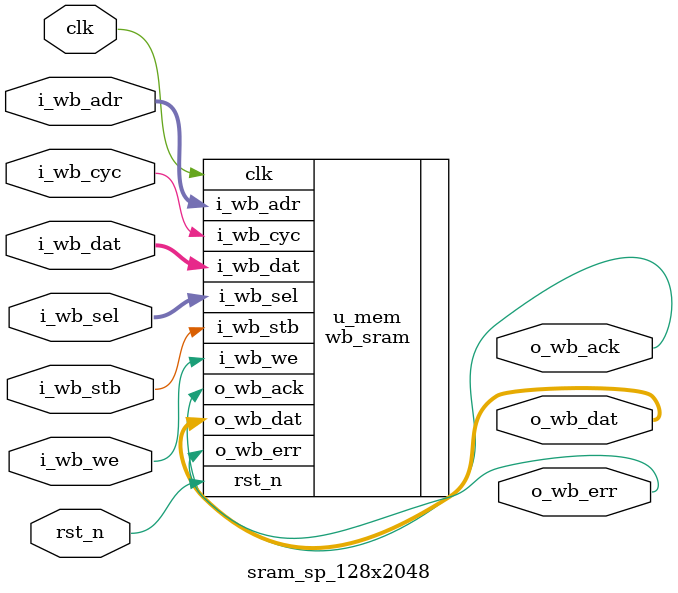
<source format=v>
module sram_sp_128x2048 (   
    input                       clk,
    input                       rst_n,
    
    input          [31:0]     i_wb_adr,
    input          [15:0]     i_wb_sel,
    input                     i_wb_we,
    input          [127:0]    i_wb_dat,
    output         [127:0]    o_wb_dat,
    input                     i_wb_cyc,
    input                     i_wb_stb,
    output                    o_wb_ack,
    output                    o_wb_err                  
);

    wb_sram #(.MW(11),.AW(32),.DW(128)) u_mem (
        .clk            ( clk         ),
        .rst_n          ( rst_n       ),

        .i_wb_adr       ( i_wb_adr    ),
        .i_wb_sel       ( i_wb_sel    ),
        .i_wb_we        ( i_wb_we     ),
        .o_wb_dat       ( o_wb_dat    ),
        .i_wb_dat       ( i_wb_dat    ),
        .i_wb_cyc       ( i_wb_cyc    ),
        .i_wb_stb       ( i_wb_stb    ),
        .o_wb_ack       ( o_wb_ack    ),
        .o_wb_err       ( o_wb_err    )
    );
    
//synopsys translate_off
    task load_mem;
        input string filename;
        begin
            $readmemh(filename,u_mem.mem);
        end
    endtask
//synopsys translate_on    
    
endmodule
</source>
